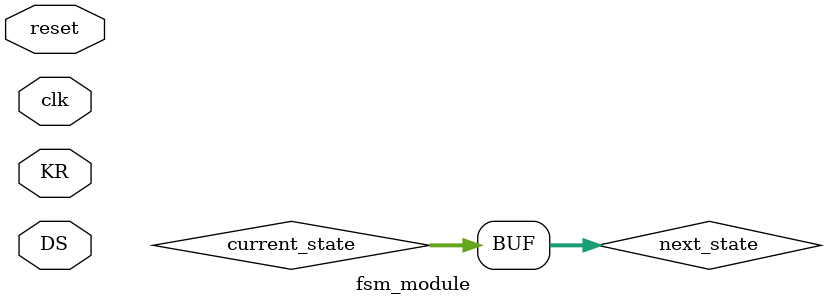
<source format=v>
module fsm_module(KR, DS, clk, reset);
input clk; // clock signal
input reset; // reset input
input KR, DS;

parameter WAIT_KEY = 3'h1, WAIT_DATA = 3'h2, INITIAL_ROUND = 3'h3, DO_ROUND = 3'h4, FINAL_ROUND = 3'h7;
reg [2:0] current_state, next_state; // current state and next state

// combinational logic of the Moore FSM to determine next state 
always @ (current_state or KR or DS)
begin
    case(current_state) 
        WAIT_KEY: begin
            if(KR == 1) next_state = WAIT_DATA;
            //else next_state = WAIT_KEY
        end
        
        WAIT_DATA: begin
            if(DS == 0) next_state = WAIT_KEY;
            else next_state = INITIAL_ROUND;
        end
        
        INITIAL_ROUND: begin
            if(KR == 0) next_state = WAIT_KEY;
            else next_state = DO_ROUND;
        end 
        
        DO_ROUND: begin
            if(KR == 0) next_state = WAIT_KEY;
            else next_state = FINAL_ROUND;
        end
        
        FINAL_ROUND: begin
            if(KR == 0) next_state = WAIT_KEY;
            else next_state = WAIT_DATA;
        end
        default: begin
            next_state = WAIT_KEY;
        end
    endcase
end

// sequential memory of the Moore FSM
always @(posedge clk, posedge reset)
begin
    if(reset == 1) 
        current_state <= WAIT_KEY; // when reset=1, reset the state of the FSM to "WAIT_KEY" State
    else
        current_state <= next_state; // otherwise, next state
end 

// update current state immediately after determining next state
always @ (next_state)
begin
    current_state <= next_state;
end
endmodule
</source>
